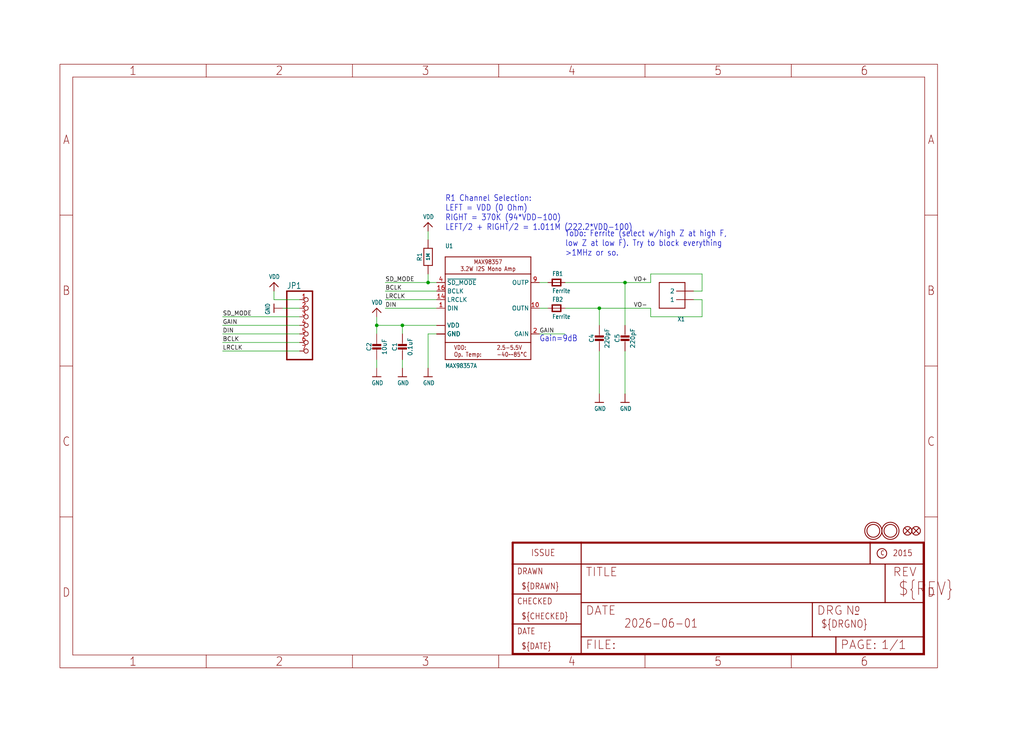
<source format=kicad_sch>
(kicad_sch (version 20230121) (generator eeschema)
  (paper "User" 303.809 217.17)
  (lib_symbols
    (symbol "esp32_game-eagle-import:AUDIOAMP_MAX98357"
      (property "Reference" "U" (at -12.7 17.78 0))
      (symbol "AUDIOAMP_MAX98357_1_0"
        (polyline (pts (xy -12.7 -15.24) (xy 12.7 -15.24)) (stroke (width 0.254)))
        (polyline (pts (xy -12.7 -10.16) (xy -12.7 -15.24)) (stroke (width 0.254)))
        (polyline (pts (xy -12.7 -10.16) (xy -12.7 10.16)) (stroke (width 0.254)))
        (polyline (pts (xy -12.7 10.16) (xy -12.7 15.24)) (stroke (width 0.254)))
        (polyline (pts (xy -12.7 10.16) (xy 12.7 10.16)) (stroke (width 0.254)))
        (polyline (pts (xy -12.7 15.24) (xy 12.7 15.24)) (stroke (width 0.254)))
        (polyline (pts (xy 12.7 -15.24) (xy 12.7 -10.16)) (stroke (width 0.254)))
        (polyline (pts (xy 12.7 -10.16) (xy -12.7 -10.16)) (stroke (width 0.254)))
        (polyline (pts (xy 12.7 10.16) (xy 12.7 -10.16)) (stroke (width 0.254)))
        (polyline (pts (xy 12.7 15.24) (xy 12.7 10.16)) (stroke (width 0.254)))
        (text "2.5-5.5V\n-40~~85°C" (at 2.54 -12.7 0) (effects (font (size 1.27 1.0795)) (justify left)))
        (text "MAX98357\n3.2W I2S Mono Amp" (at 0 12.7 0) (effects (font (size 1.27 1.0795))))
        (text "VDD:\nOp. Temp:" (at -10.16 -12.7 0) (effects (font (size 1.27 1.0795)) (justify left)))
        (pin bidirectional line (at -15.24 0 0) (length 2.54) (name "DIN") (number "1"))
        (pin output line (at 15.24 0 180) (length 2.54) (name "OUTN") (number "10"))
        (pin power_in line (at -15.24 -7.62 0) (length 2.54) (name "GND") (number "11"))
        (pin bidirectional line (at -15.24 2.54 0) (length 2.54) (name "LRCLK") (number "14"))
        (pin power_in line (at -15.24 -7.62 0) (length 2.54) (name "GND") (number "15"))
        (pin bidirectional line (at -15.24 5.08 0) (length 2.54) (name "BCLK") (number "16"))
        (pin bidirectional line (at 15.24 -7.62 180) (length 2.54) (name "GAIN") (number "2"))
        (pin power_in line (at -15.24 -7.62 0) (length 2.54) (name "GND") (number "3"))
        (pin bidirectional line (at -15.24 7.62 0) (length 2.54) (name "~{SD_MODE}") (number "4"))
        (pin power_in line (at -15.24 -5.08 0) (length 2.54) (name "VDD") (number "7"))
        (pin power_in line (at -15.24 -5.08 0) (length 2.54) (name "VDD") (number "8"))
        (pin output line (at 15.24 7.62 180) (length 2.54) (name "OUTP") (number "9"))
        (pin power_in line (at -15.24 -7.62 0) (length 2.54) (name "GND") (number "THERMAL"))
      )
    )
    (symbol "esp32_game-eagle-import:CAP_CERAMIC0805-NOOUTLINE"
      (property "Reference" "C" (at -2.29 1.25 90))
      (symbol "CAP_CERAMIC0805-NOOUTLINE_1_0"
        (rectangle (start -1.27 0.508) (end 1.27 1.016) (fill (type outline)))
        (rectangle (start -1.27 1.524) (end 1.27 2.032) (fill (type outline)))
        (polyline (pts (xy 0 0.762) (xy 0 0)) (stroke (width 0.1524)))
        (polyline (pts (xy 0 2.54) (xy 0 1.778)) (stroke (width 0.1524)))
        (pin passive line (at 0 5.08 270) (length 2.54) (name "1") (number "1"))
        (pin passive line (at 0 -2.54 90) (length 2.54) (name "2") (number "2"))
      )
    )
    (symbol "esp32_game-eagle-import:FERRITE-0805NO"
      (property "Reference" "FB" (at -1.27 1.905 0))
      (symbol "FERRITE-0805NO_1_0"
        (polyline (pts (xy -1.27 -0.9525) (xy -1.27 0.9525)) (stroke (width 0.4064)))
        (polyline (pts (xy -1.27 0.9525) (xy 1.27 0.9525)) (stroke (width 0.4064)))
        (polyline (pts (xy 1.27 -0.9525) (xy -1.27 -0.9525)) (stroke (width 0.4064)))
        (polyline (pts (xy 1.27 0.9525) (xy 1.27 -0.9525)) (stroke (width 0.4064)))
        (pin passive line (at -2.54 0 0) (length 2.54) (name "P$1") (number "1"))
        (pin passive line (at 2.54 0 180) (length 2.54) (name "P$2") (number "2"))
      )
    )
    (symbol "esp32_game-eagle-import:FIDUCIAL{dblquote}{dblquote}"
      (symbol "FIDUCIAL{dblquote}{dblquote}_1_0"
        (polyline (pts (xy -0.762 0.762) (xy 0.762 -0.762)) (stroke (width 0.254)))
        (polyline (pts (xy 0.762 0.762) (xy -0.762 -0.762)) (stroke (width 0.254)))
        (circle (center 0 0) (radius 1.27) (stroke (width 0.254)))
      )
    )
    (symbol "esp32_game-eagle-import:FRAME_A4"
      (symbol "FRAME_A4_1_0"
        (polyline (pts (xy 0 44.7675) (xy 3.81 44.7675)))
        (polyline (pts (xy 0 89.535) (xy 3.81 89.535)))
        (polyline (pts (xy 0 134.3025) (xy 3.81 134.3025)))
        (polyline (pts (xy 3.81 3.81) (xy 3.81 175.26)))
        (polyline (pts (xy 43.3917 0) (xy 43.3917 3.81)))
        (polyline (pts (xy 43.3917 175.26) (xy 43.3917 179.07)))
        (polyline (pts (xy 86.7833 0) (xy 86.7833 3.81)))
        (polyline (pts (xy 86.7833 175.26) (xy 86.7833 179.07)))
        (polyline (pts (xy 130.175 0) (xy 130.175 3.81)))
        (polyline (pts (xy 130.175 175.26) (xy 130.175 179.07)))
        (polyline (pts (xy 173.5667 0) (xy 173.5667 3.81)))
        (polyline (pts (xy 173.5667 175.26) (xy 173.5667 179.07)))
        (polyline (pts (xy 216.9583 0) (xy 216.9583 3.81)))
        (polyline (pts (xy 216.9583 175.26) (xy 216.9583 179.07)))
        (polyline (pts (xy 256.54 3.81) (xy 3.81 3.81)))
        (polyline (pts (xy 256.54 3.81) (xy 256.54 8.89)) (stroke (width 0.1016)))
        (polyline (pts (xy 256.54 3.81) (xy 256.54 175.26)))
        (polyline (pts (xy 256.54 8.89) (xy 256.54 13.97)) (stroke (width 0.1016)))
        (polyline (pts (xy 256.54 13.97) (xy 256.54 19.05)) (stroke (width 0.1016)))
        (polyline (pts (xy 256.54 19.05) (xy 256.54 36.83)) (stroke (width 0.1016)))
        (polyline (pts (xy 256.54 44.7675) (xy 260.35 44.7675)))
        (polyline (pts (xy 256.54 89.535) (xy 260.35 89.535)))
        (polyline (pts (xy 256.54 134.3025) (xy 260.35 134.3025)))
        (polyline (pts (xy 256.54 175.26) (xy 3.81 175.26)))
        (polyline (pts (xy 0 0) (xy 260.35 0) (xy 260.35 179.07) (xy 0 179.07) (xy 0 0)))
        (text "1" (at 21.6958 1.905 0) (effects (font (size 2.54 2.286))))
        (text "1" (at 21.6958 177.165 0) (effects (font (size 2.54 2.286))))
        (text "2" (at 65.0875 1.905 0) (effects (font (size 2.54 2.286))))
        (text "2" (at 65.0875 177.165 0) (effects (font (size 2.54 2.286))))
        (text "3" (at 108.4792 1.905 0) (effects (font (size 2.54 2.286))))
        (text "3" (at 108.4792 177.165 0) (effects (font (size 2.54 2.286))))
        (text "4" (at 151.8708 1.905 0) (effects (font (size 2.54 2.286))))
        (text "4" (at 151.8708 177.165 0) (effects (font (size 2.54 2.286))))
        (text "5" (at 195.2625 1.905 0) (effects (font (size 2.54 2.286))))
        (text "5" (at 195.2625 177.165 0) (effects (font (size 2.54 2.286))))
        (text "6" (at 238.6542 1.905 0) (effects (font (size 2.54 2.286))))
        (text "6" (at 238.6542 177.165 0) (effects (font (size 2.54 2.286))))
        (text "A" (at 1.905 156.6863 0) (effects (font (size 2.54 2.286))))
        (text "A" (at 258.445 156.6863 0) (effects (font (size 2.54 2.286))))
        (text "B" (at 1.905 111.9188 0) (effects (font (size 2.54 2.286))))
        (text "B" (at 258.445 111.9188 0) (effects (font (size 2.54 2.286))))
        (text "C" (at 1.905 67.1513 0) (effects (font (size 2.54 2.286))))
        (text "C" (at 258.445 67.1513 0) (effects (font (size 2.54 2.286))))
        (text "D" (at 1.905 22.3838 0) (effects (font (size 2.54 2.286))))
        (text "D" (at 258.445 22.3838 0) (effects (font (size 2.54 2.286))))
      )
      (symbol "FRAME_A4_2_0"
        (polyline (pts (xy -0.3048 1.5748) (xy 20.0152 1.5748)) (stroke (width 0.6096)))
        (polyline (pts (xy -0.3048 10.4648) (xy -0.3048 1.5748)) (stroke (width 0.6096)))
        (polyline (pts (xy -0.3048 10.4648) (xy 20.0152 10.4648)) (stroke (width 0.3048)))
        (polyline (pts (xy -0.3048 19.3548) (xy -0.3048 10.4648)) (stroke (width 0.6096)))
        (polyline (pts (xy -0.3048 19.3548) (xy 20.0152 19.3548)) (stroke (width 0.3048)))
        (polyline (pts (xy -0.3048 28.2448) (xy -0.3048 19.3548)) (stroke (width 0.6096)))
        (polyline (pts (xy -0.3048 28.2448) (xy 20.0152 28.2448)) (stroke (width 0.3048)))
        (polyline (pts (xy -0.3048 34.5948) (xy -0.3048 28.2448)) (stroke (width 0.6096)))
        (polyline (pts (xy 20.0152 1.5748) (xy 20.0152 6.6548)) (stroke (width 0.3048)))
        (polyline (pts (xy 20.0152 1.5748) (xy 95.5802 1.5748)) (stroke (width 0.6096)))
        (polyline (pts (xy 20.0152 6.6548) (xy 20.0152 10.4648)) (stroke (width 0.3048)))
        (polyline (pts (xy 20.0152 6.6548) (xy 88.5952 6.6548)) (stroke (width 0.3048)))
        (polyline (pts (xy 20.0152 10.4648) (xy 20.0152 16.8148)) (stroke (width 0.3048)))
        (polyline (pts (xy 20.0152 16.8148) (xy 20.0152 19.3548)) (stroke (width 0.3048)))
        (polyline (pts (xy 20.0152 19.3548) (xy 20.0152 28.2448)) (stroke (width 0.3048)))
        (polyline (pts (xy 20.0152 28.2448) (xy 20.0152 34.5948)) (stroke (width 0.3048)))
        (polyline (pts (xy 20.0152 28.2448) (xy 105.7402 28.2448)) (stroke (width 0.3048)))
        (polyline (pts (xy 20.0152 34.5948) (xy -0.3048 34.5948)) (stroke (width 0.6096)))
        (polyline (pts (xy 88.5952 6.6548) (xy 95.5802 6.6548)) (stroke (width 0.3048)))
        (polyline (pts (xy 88.5952 16.8148) (xy 20.0152 16.8148)) (stroke (width 0.3048)))
        (polyline (pts (xy 88.5952 16.8148) (xy 88.5952 6.6548)) (stroke (width 0.3048)))
        (polyline (pts (xy 95.5802 1.5748) (xy 121.6152 1.5748)) (stroke (width 0.6096)))
        (polyline (pts (xy 95.5802 6.6548) (xy 95.5802 1.5748)) (stroke (width 0.3048)))
        (polyline (pts (xy 95.5802 6.6548) (xy 121.6152 6.6548)) (stroke (width 0.3048)))
        (polyline (pts (xy 101.2952 13.3223) (xy 102.2477 13.3223)) (stroke (width 0.254)))
        (polyline (pts (xy 105.7402 28.2448) (xy 105.7402 34.5948)) (stroke (width 0.3048)))
        (polyline (pts (xy 105.7402 28.2448) (xy 110.1852 28.2448)) (stroke (width 0.3048)))
        (polyline (pts (xy 105.7402 34.5948) (xy 20.0152 34.5948)) (stroke (width 0.6096)))
        (polyline (pts (xy 110.1852 16.8148) (xy 88.5952 16.8148)) (stroke (width 0.3048)))
        (polyline (pts (xy 110.1852 28.2448) (xy 110.1852 16.8148)) (stroke (width 0.3048)))
        (polyline (pts (xy 110.1852 28.2448) (xy 121.6152 28.2448)) (stroke (width 0.3048)))
        (polyline (pts (xy 121.6152 6.6548) (xy 121.6152 1.5748)) (stroke (width 0.6096)))
        (polyline (pts (xy 121.6152 16.8148) (xy 110.1852 16.8148)) (stroke (width 0.3048)))
        (polyline (pts (xy 121.6152 16.8148) (xy 121.6152 6.6548)) (stroke (width 0.6096)))
        (polyline (pts (xy 121.6152 28.2448) (xy 121.6152 16.8148)) (stroke (width 0.6096)))
        (polyline (pts (xy 121.6152 34.5948) (xy 105.7402 34.5948)) (stroke (width 0.6096)))
        (polyline (pts (xy 121.6152 34.5948) (xy 121.6152 28.2448)) (stroke (width 0.6096)))
        (circle (center 109.2327 31.4198) (radius 1.4199) (stroke (width 0.254)))
        (text "${#}/${##}" (at 108.9152 2.8448 0) (effects (font (size 2.54 2.54)) (justify left bottom)))
        (text "${CHECKED}" (at 2.2352 11.7348 0) (effects (font (size 1.778 1.5113)) (justify left bottom)))
        (text "${COMPANY}" (at 23.349 29.6735 0) (effects (font (size 3.175 2.6987) (thickness 0.5397) bold) (justify left bottom)))
        (text "${CURRENT_DATE}" (at 32.7152 9.1948 0) (effects (font (size 2.54 2.159)) (justify left bottom)))
        (text "${DATE}" (at 2.2352 2.8448 0) (effects (font (size 1.778 1.5113)) (justify left bottom)))
        (text "${DRAWN}" (at 2.2352 20.6248 0) (effects (font (size 1.778 1.5113)) (justify left bottom)))
        (text "${DRGNO}" (at 91.1352 9.1948 0) (effects (font (size 2.1844 1.8567)) (justify left bottom)))
        (text "${PROJECTNAME}" (at 33.0327 2.8448 0) (effects (font (size 2.54 2.159)) (justify left bottom)))
        (text "${REV}" (at 113.9952 18.7198 0) (effects (font (size 3.81 3.2385)) (justify left bottom)))
        (text "2015" (at 112.4077 30.4673 0) (effects (font (size 1.778 1.5113)) (justify left bottom)))
        (text "C" (at 108.7564 30.7848 0) (effects (font (size 1.27 1.0795)) (justify left bottom)))
        (text "CHECKED" (at 0.9652 16.1798 0) (effects (font (size 1.778 1.5113)) (justify left bottom)))
        (text "DATE" (at 0.9652 7.2898 0) (effects (font (size 1.778 1.5113)) (justify left bottom)))
        (text "DATE" (at 21.2852 13.0048 0) (effects (font (size 2.54 2.54)) (justify left bottom)))
        (text "DRAWN" (at 0.9652 25.0698 0) (effects (font (size 1.778 1.5113)) (justify left bottom)))
        (text "DRG" (at 89.8652 13.0048 0) (effects (font (size 2.54 2.54)) (justify left bottom)))
        (text "FILE:" (at 21.2852 2.8448 0) (effects (font (size 2.54 2.54)) (justify left bottom)))
        (text "ISSUE" (at 5.0927 30.4673 0) (effects (font (size 1.9304 1.6408)) (justify left bottom)))
        (text "N" (at 98.4377 13.0048 0) (effects (font (size 2.54 2.54)) (justify left bottom)))
        (text "o" (at 100.9777 13.9573 0) (effects (font (size 2.1844 1.8567)) (justify left bottom)))
        (text "PAGE:" (at 96.8502 2.8448 0) (effects (font (size 2.54 2.54)) (justify left bottom)))
        (text "REV" (at 112.4077 24.4348 0) (effects (font (size 2.54 2.54)) (justify left bottom)))
        (text "TITLE" (at 21.2852 24.4348 0) (effects (font (size 2.54 2.54)) (justify left bottom)))
      )
    )
    (symbol "esp32_game-eagle-import:GND" (power)
      (property "Value" "GND" (at -1.524 -2.54 0))
      (symbol "GND_1_0"
        (polyline (pts (xy -1.27 0) (xy 1.27 0)) (stroke (width 0.254)))
        (pin power_in line (at 0 2.54 270) (length 2.54) (name "GND") (number "1"))
      )
    )
    (symbol "esp32_game-eagle-import:HEADER-1X7THICKER"
      (property "Reference" "JP" (at -6.35 10.795 0))
      (symbol "HEADER-1X7THICKER_1_0"
        (polyline (pts (xy -6.35 -10.16) (xy 1.27 -10.16)) (stroke (width 0.4064)))
        (polyline (pts (xy -6.35 10.16) (xy -6.35 -10.16)) (stroke (width 0.4064)))
        (polyline (pts (xy 1.27 -10.16) (xy 1.27 10.16)) (stroke (width 0.4064)))
        (polyline (pts (xy 1.27 10.16) (xy -6.35 10.16)) (stroke (width 0.4064)))
        (pin passive inverted (at -2.54 7.62 0) (length 2.54) (name "1") (number "1"))
        (pin passive inverted (at -2.54 5.08 0) (length 2.54) (name "2") (number "2"))
        (pin passive inverted (at -2.54 2.54 0) (length 2.54) (name "3") (number "3"))
        (pin passive inverted (at -2.54 0 0) (length 2.54) (name "4") (number "4"))
        (pin passive inverted (at -2.54 -2.54 0) (length 2.54) (name "5") (number "5"))
        (pin passive inverted (at -2.54 -5.08 0) (length 2.54) (name "6") (number "6"))
        (pin passive inverted (at -2.54 -7.62 0) (length 2.54) (name "7") (number "7"))
      )
    )
    (symbol "esp32_game-eagle-import:MOUNTINGHOLE2.5"
      (symbol "MOUNTINGHOLE2.5_1_0"
        (circle (center 0 0) (radius 1.905) (stroke (width 0.254)))
        (circle (center 0 0) (radius 2.54) (stroke (width 0.254)))
      )
    )
    (symbol "esp32_game-eagle-import:RESISTOR0805_NOOUTLINE"
      (property "Reference" "R" (at 0 2.54 0))
      (symbol "RESISTOR0805_NOOUTLINE_1_0"
        (polyline (pts (xy -2.54 -1.27) (xy -2.54 1.27)) (stroke (width 0.254)))
        (polyline (pts (xy -2.54 1.27) (xy 2.54 1.27)) (stroke (width 0.254)))
        (polyline (pts (xy 2.54 -1.27) (xy -2.54 -1.27)) (stroke (width 0.254)))
        (polyline (pts (xy 2.54 1.27) (xy 2.54 -1.27)) (stroke (width 0.254)))
        (pin passive line (at -5.08 0 0) (length 2.54) (name "1") (number "1"))
        (pin passive line (at 5.08 0 180) (length 2.54) (name "2") (number "2"))
      )
    )
    (symbol "esp32_game-eagle-import:TERMBLOCK_1X2"
      (property "Reference" "X" (at -2.54 7.62 0))
      (symbol "TERMBLOCK_1X2_1_0"
        (polyline (pts (xy -2.54 -2.54) (xy 5.08 -2.54)) (stroke (width 0.254)))
        (polyline (pts (xy -2.54 5.08) (xy -2.54 -2.54)) (stroke (width 0.254)))
        (polyline (pts (xy 5.08 -2.54) (xy 5.08 5.08)) (stroke (width 0.254)))
        (polyline (pts (xy 5.08 5.08) (xy -2.54 5.08)) (stroke (width 0.254)))
        (pin passive line (at -5.08 2.54 0) (length 5.08) (name "1") (number "1"))
        (pin passive line (at -5.08 0 0) (length 5.08) (name "2") (number "2"))
      )
    )
    (symbol "esp32_game-eagle-import:VDD" (power)
      (property "Value" "VDD" (at -1.524 1.016 0))
      (symbol "VDD_1_0"
        (polyline (pts (xy -1.27 -1.27) (xy 0 0)) (stroke (width 0.254)))
        (polyline (pts (xy 0 0) (xy 1.27 -1.27)) (stroke (width 0.254)))
        (pin power_in line (at 0 -2.54 90) (length 2.54) (name "VDD") (number "1"))
      )
    )
  )
  (junction (at 119.38 96.52))
  (junction (at 185.42 83.82))
  (junction (at 177.8 91.44))
  (junction (at 127 83.82))
  (junction (at 111.76 96.52))
  (wire (pts (xy 129.54 88.9) (xy 114.3 88.9)) (stroke (width 0.1524)))
  (wire (pts (xy 193.04 83.82) (xy 193.04 81.28)) (stroke (width 0.1524)))
  (wire (pts (xy 111.76 96.52) (xy 111.76 93.98)) (stroke (width 0.1524)))
  (wire (pts (xy 129.54 86.36) (xy 114.3 86.36)) (stroke (width 0.1524)))
  (wire (pts (xy 66.04 96.52) (xy 88.9 96.52)) (stroke (width 0.1524)))
  (wire (pts (xy 185.42 104.14) (xy 185.42 116.84)) (stroke (width 0.1524)))
  (wire (pts (xy 193.04 91.44) (xy 193.04 93.98)) (stroke (width 0.1524)))
  (wire (pts (xy 88.9 91.44) (xy 83.82 91.44)) (stroke (width 0.1524)))
  (wire (pts (xy 88.9 88.9) (xy 81.28 88.9)) (stroke (width 0.1524)))
  (wire (pts (xy 119.38 106.68) (xy 119.38 109.22)) (stroke (width 0.1524)))
  (wire (pts (xy 177.8 91.44) (xy 177.8 96.52)) (stroke (width 0.1524)))
  (wire (pts (xy 119.38 99.06) (xy 119.38 96.52)) (stroke (width 0.1524)))
  (wire (pts (xy 208.28 81.28) (xy 208.28 86.36)) (stroke (width 0.1524)))
  (wire (pts (xy 208.28 93.98) (xy 208.28 88.9)) (stroke (width 0.1524)))
  (wire (pts (xy 129.54 91.44) (xy 114.3 91.44)) (stroke (width 0.1524)))
  (wire (pts (xy 129.54 99.06) (xy 127 99.06)) (stroke (width 0.1524)))
  (wire (pts (xy 88.9 93.98) (xy 66.04 93.98)) (stroke (width 0.1524)))
  (wire (pts (xy 127 99.06) (xy 127 109.22)) (stroke (width 0.1524)))
  (wire (pts (xy 88.9 99.06) (xy 66.04 99.06)) (stroke (width 0.1524)))
  (wire (pts (xy 177.8 104.14) (xy 177.8 116.84)) (stroke (width 0.1524)))
  (wire (pts (xy 129.54 83.82) (xy 127 83.82)) (stroke (width 0.1524)))
  (wire (pts (xy 111.76 106.68) (xy 111.76 109.22)) (stroke (width 0.1524)))
  (wire (pts (xy 160.02 83.82) (xy 162.56 83.82)) (stroke (width 0.1524)))
  (wire (pts (xy 81.28 88.9) (xy 81.28 86.36)) (stroke (width 0.1524)))
  (wire (pts (xy 208.28 86.36) (xy 205.74 86.36)) (stroke (width 0.1524)))
  (wire (pts (xy 129.54 96.52) (xy 119.38 96.52)) (stroke (width 0.1524)))
  (wire (pts (xy 127 83.82) (xy 127 81.28)) (stroke (width 0.1524)))
  (wire (pts (xy 88.9 101.6) (xy 66.04 101.6)) (stroke (width 0.1524)))
  (wire (pts (xy 167.64 83.82) (xy 185.42 83.82)) (stroke (width 0.1524)))
  (wire (pts (xy 88.9 104.14) (xy 66.04 104.14)) (stroke (width 0.1524)))
  (wire (pts (xy 193.04 81.28) (xy 208.28 81.28)) (stroke (width 0.1524)))
  (wire (pts (xy 160.02 91.44) (xy 162.56 91.44)) (stroke (width 0.1524)))
  (wire (pts (xy 160.02 99.06) (xy 167.64 99.06)) (stroke (width 0.1524)))
  (wire (pts (xy 193.04 93.98) (xy 208.28 93.98)) (stroke (width 0.1524)))
  (wire (pts (xy 167.64 91.44) (xy 177.8 91.44)) (stroke (width 0.1524)))
  (wire (pts (xy 119.38 96.52) (xy 111.76 96.52)) (stroke (width 0.1524)))
  (wire (pts (xy 177.8 91.44) (xy 193.04 91.44)) (stroke (width 0.1524)))
  (wire (pts (xy 127 71.12) (xy 127 68.58)) (stroke (width 0.1524)))
  (wire (pts (xy 185.42 83.82) (xy 185.42 96.52)) (stroke (width 0.1524)))
  (wire (pts (xy 185.42 83.82) (xy 193.04 83.82)) (stroke (width 0.1524)))
  (wire (pts (xy 208.28 88.9) (xy 205.74 88.9)) (stroke (width 0.1524)))
  (wire (pts (xy 127 83.82) (xy 114.3 83.82)) (stroke (width 0.1524)))
  (wire (pts (xy 111.76 99.06) (xy 111.76 96.52)) (stroke (width 0.1524)))
  (text "ToDo: Ferrite (select w/high Z at high F,\nlow Z at low F). Try to block everything\n>1MHz or so." (at 167.64 76.2 0) (effects (font (size 1.778 1.5113)) (justify left bottom)))
  (text "Gain=9dB" (at 160.02 101.6 0) (effects (font (size 1.778 1.5113)) (justify left bottom)))
  (text "R1 Channel Selection:\nLEFT = VDD (0 Ohm)\nRIGHT = 370K (94*VDD-100)\nLEFT/2 + RIGHT/2 = 1.011M (222.2*VDD-100)" (at 132.08 68.58 0) (effects (font (size 1.778 1.5113)) (justify left bottom)))
  (label "GAIN" (at 160.02 99.06 0) (effects (font (size 1.2446 1.2446))))
  (label "SD_MODE" (at 114.3 83.82 0) (effects (font (size 1.2446 1.2446))))
  (label "SD_MODE" (at 66.04 93.98 0) (effects (font (size 1.2446 1.2446))))
  (label "LRCLK" (at 114.3 88.9 0) (effects (font (size 1.2446 1.2446))))
  (label "BCLK" (at 66.04 101.6 0) (effects (font (size 1.2446 1.2446))))
  (label "VO-" (at 187.96 91.44 0) (effects (font (size 1.2446 1.2446))))
  (label "GAIN" (at 66.04 96.52 0) (effects (font (size 1.2446 1.2446))))
  (label "DIN" (at 66.04 99.06 0) (effects (font (size 1.2446 1.2446))))
  (label "LRCLK" (at 66.04 104.14 0) (effects (font (size 1.2446 1.2446))))
  (label "BCLK" (at 114.3 86.36 0) (effects (font (size 1.2446 1.2446))))
  (label "DIN" (at 114.3 91.44 0) (effects (font (size 1.2446 1.2446))))
  (label "VO+" (at 187.96 83.82 0) (effects (font (size 1.2446 1.2446))))
  (symbol (lib_id "esp32_game-eagle-import:GND") (at 119.38 111.76 0) (unit 1)
    (property "Reference" "#U$4" (effects hide))
    (property "Value" "GND" (at 117.856 114.3 0) (effects (font (size 1.27 1.0795)) (justify left bottom)))
  )
  (symbol (lib_id "esp32_game-eagle-import:CAP_CERAMIC0805-NOOUTLINE") (at 185.42 101.6 0) (unit 1)
    (property "Reference" "C5" (at 183.13 100.35 90))
    (property "Value" "220pF" (at 187.72 100.35 90))
    (property "Footprint" "esp32_game:0805-NO" (effects hide))
  )
  (symbol (lib_id "esp32_game-eagle-import:CAP_CERAMIC0805-NOOUTLINE") (at 177.8 101.6 0) (unit 1)
    (property "Reference" "C4" (at 175.51 100.35 90))
    (property "Value" "220pF" (at 180.1 100.35 90))
    (property "Footprint" "esp32_game:0805-NO" (effects hide))
  )
  (symbol (lib_id "esp32_game-eagle-import:FRAME_A4") (at 17.78 198.12 0) (unit 1)
    (property "Reference" "#FRAME1" (effects hide))
    (property "Value" "FRAME_A4" (effects hide))
  )
  (symbol (lib_id "esp32_game-eagle-import:GND") (at 81.28 91.44 270) (unit 1)
    (property "Reference" "#U$13" (effects hide))
    (property "Value" "GND" (at 78.74 89.916 0) (effects (font (size 1.27 1.0795)) (justify left bottom)))
  )
  (symbol (lib_id "esp32_game-eagle-import:AUDIOAMP_MAX98357") (at 144.78 91.44 0) (unit 1)
    (property "Reference" "U1" (at 132.08 73.66 0) (effects (font (size 1.27 1.0795)) (justify left bottom)))
    (property "Value" "MAX98357A" (at 132.08 109.22 0) (effects (font (size 1.27 1.0795)) (justify left bottom)))
    (property "Footprint" "esp32_game:QFN16_3MM" (effects hide))
  )
  (symbol (lib_id "esp32_game-eagle-import:VDD") (at 127 66.04 0) (unit 1)
    (property "Reference" "#U$3" (effects hide))
    (property "Value" "VDD" (at 125.476 65.024 0) (effects (font (size 1.27 1.0795)) (justify left bottom)))
  )
  (symbol (lib_id "esp32_game-eagle-import:RESISTOR0805_NOOUTLINE") (at 127 76.2 90) (unit 1)
    (property "Reference" "R1" (at 124.46 76.2 0))
    (property "Value" "1M" (at 127 76.2 0) (effects (font (size 1.016 1.016) bold)))
    (property "Footprint" "esp32_game:0805-NO" (effects hide))
  )
  (symbol (lib_id "esp32_game-eagle-import:GND") (at 185.42 119.38 0) (unit 1)
    (property "Reference" "#U$8" (effects hide))
    (property "Value" "GND" (at 183.896 121.92 0) (effects (font (size 1.27 1.0795)) (justify left bottom)))
  )
  (symbol (lib_id "esp32_game-eagle-import:FRAME_A4") (at 152.4 195.58 0) (unit 2)
    (property "Reference" "#FRAME1" (effects hide))
    (property "Value" "FRAME_A4" (effects hide))
  )
  (symbol (lib_id "esp32_game-eagle-import:FERRITE-0805NO") (at 165.1 83.82 0) (unit 1)
    (property "Reference" "FB1" (at 163.83 81.915 0) (effects (font (size 1.27 1.0795)) (justify left bottom)))
    (property "Value" "Ferrite" (at 163.83 86.995 0) (effects (font (size 1.27 1.0795)) (justify left bottom)))
    (property "Footprint" "esp32_game:0805-NO" (effects hide))
  )
  (symbol (lib_id "esp32_game-eagle-import:FERRITE-0805NO") (at 165.1 91.44 0) (unit 1)
    (property "Reference" "FB2" (at 163.83 89.535 0) (effects (font (size 1.27 1.0795)) (justify left bottom)))
    (property "Value" "Ferrite" (at 163.83 94.615 0) (effects (font (size 1.27 1.0795)) (justify left bottom)))
    (property "Footprint" "esp32_game:0805-NO" (effects hide))
  )
  (symbol (lib_id "esp32_game-eagle-import:MOUNTINGHOLE2.5") (at 264.16 157.48 0) (unit 1)
    (property "Reference" "U$9" (effects hide))
    (property "Value" "MOUNTINGHOLE2.5" (effects hide))
    (property "Footprint" "esp32_game:MOUNTINGHOLE_2.5_PLATED" (effects hide))
  )
  (symbol (lib_id "esp32_game-eagle-import:FIDUCIAL{dblquote}{dblquote}") (at 269.24 157.48 0) (unit 1)
    (property "Reference" "FID2" (effects hide))
    (property "Value" "FIDUCIAL{dblquote}{dblquote}" (effects hide))
    (property "Footprint" "esp32_game:FIDUCIAL_1MM" (effects hide))
  )
  (symbol (lib_id "esp32_game-eagle-import:GND") (at 127 111.76 0) (unit 1)
    (property "Reference" "#U$2" (effects hide))
    (property "Value" "GND" (at 125.476 114.3 0) (effects (font (size 1.27 1.0795)) (justify left bottom)))
  )
  (symbol (lib_id "esp32_game-eagle-import:GND") (at 177.8 119.38 0) (unit 1)
    (property "Reference" "#U$7" (effects hide))
    (property "Value" "GND" (at 176.276 121.92 0) (effects (font (size 1.27 1.0795)) (justify left bottom)))
  )
  (symbol (lib_id "esp32_game-eagle-import:TERMBLOCK_1X2") (at 200.66 86.36 180) (unit 1)
    (property "Reference" "X1" (at 203.2 93.98 0) (effects (font (size 1.27 1.0795)) (justify left bottom)))
    (property "Value" "TERMBLOCK_1X2" (effects hide))
    (property "Footprint" "esp32_game:TERMBLOCK_1X2-3.5MM" (effects hide))
  )
  (symbol (lib_id "esp32_game-eagle-import:FIDUCIAL{dblquote}{dblquote}") (at 271.78 157.48 0) (unit 1)
    (property "Reference" "FID1" (effects hide))
    (property "Value" "FIDUCIAL{dblquote}{dblquote}" (effects hide))
    (property "Footprint" "esp32_game:FIDUCIAL_1MM" (effects hide))
  )
  (symbol (lib_id "esp32_game-eagle-import:VDD") (at 111.76 91.44 0) (unit 1)
    (property "Reference" "#U$1" (effects hide))
    (property "Value" "VDD" (at 110.236 90.424 0) (effects (font (size 1.27 1.0795)) (justify left bottom)))
  )
  (symbol (lib_id "esp32_game-eagle-import:VDD") (at 81.28 83.82 0) (unit 1)
    (property "Reference" "#U$12" (effects hide))
    (property "Value" "VDD" (at 79.756 82.804 0) (effects (font (size 1.27 1.0795)) (justify left bottom)))
  )
  (symbol (lib_id "esp32_game-eagle-import:HEADER-1X7THICKER") (at 91.44 96.52 0) (unit 1)
    (property "Reference" "JP1" (at 85.09 85.725 0) (effects (font (size 1.778 1.5113)) (justify left bottom)))
    (property "Value" "HEADER-1X7THICKER" (effects hide))
    (property "Footprint" "esp32_game:1X07_ROUND_76" (effects hide))
  )
  (symbol (lib_id "esp32_game-eagle-import:CAP_CERAMIC0805-NOOUTLINE") (at 119.38 104.14 0) (unit 1)
    (property "Reference" "C1" (at 117.09 102.89 90))
    (property "Value" "0.1uF" (at 121.68 102.89 90))
    (property "Footprint" "esp32_game:0805-NO" (effects hide))
  )
  (symbol (lib_id "esp32_game-eagle-import:CAP_CERAMIC0805-NOOUTLINE") (at 111.76 104.14 0) (unit 1)
    (property "Reference" "C2" (at 109.47 102.89 90))
    (property "Value" "10uF" (at 114.06 102.89 90))
    (property "Footprint" "esp32_game:0805-NO" (effects hide))
  )
  (symbol (lib_id "esp32_game-eagle-import:MOUNTINGHOLE2.5") (at 259.08 157.48 0) (unit 1)
    (property "Reference" "U$10" (effects hide))
    (property "Value" "MOUNTINGHOLE2.5" (effects hide))
    (property "Footprint" "esp32_game:MOUNTINGHOLE_2.5_PLATED" (effects hide))
  )
  (symbol (lib_id "esp32_game-eagle-import:GND") (at 111.76 111.76 0) (unit 1)
    (property "Reference" "#U$5" (effects hide))
    (property "Value" "GND" (at 110.236 114.3 0) (effects (font (size 1.27 1.0795)) (justify left bottom)))
  )
)
</source>
